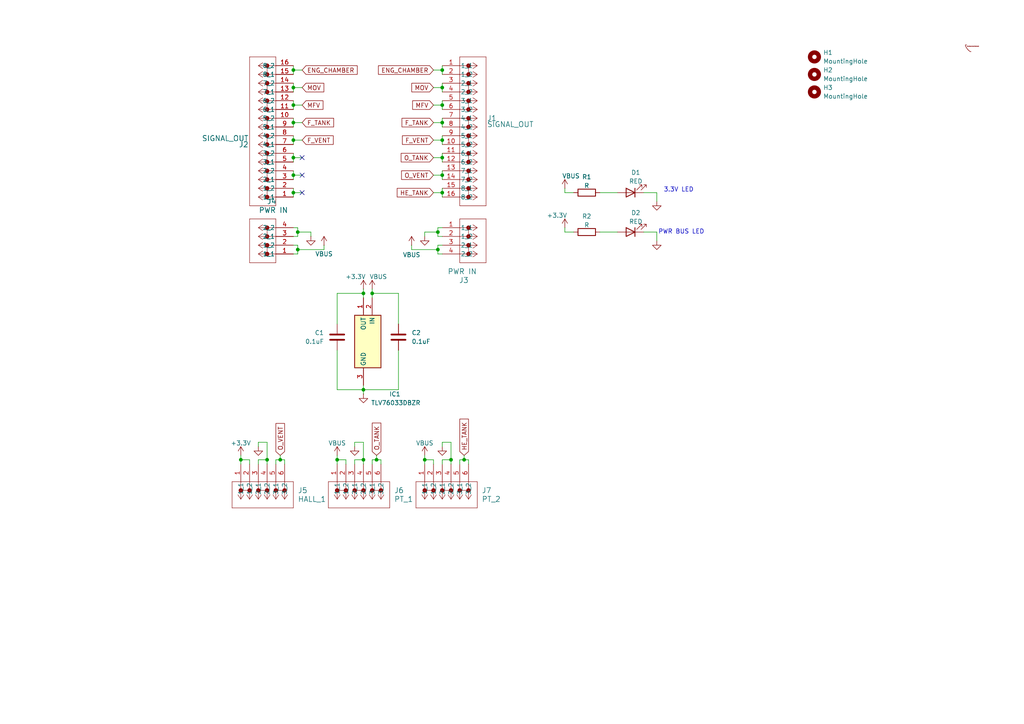
<source format=kicad_sch>
(kicad_sch (version 20231120) (generator "eeschema") (generator_version "8.0")
  (paper "A4")
  (lib_symbols
    (symbol "Device:C" (pin_numbers hide) (pin_names (offset 0.254))
      (property "Reference" "C" (at 0.635 2.54 0))
      (property "Value" "C" (at 0.635 -2.54 0))
      (symbol "C_1_1"
        (pin passive line (at 0 3.81 270) (length 2.794) (name "~") (number "1"))
        (pin passive line (at 0 -3.81 90) (length 2.794) (name "~") (number "2"))
      )
    )
    (symbol "Device:LED" (pin_numbers hide) (pin_names (offset 1.016) hide)
      (property "Reference" "D" (at 0 2.54 0))
      (property "Value" "LED" (at 0 -2.54 0))
      (symbol "LED_1_1"
        (pin passive line (at -3.81 0 0) (length 2.54) (name "K") (number "1"))
        (pin passive line (at 3.81 0 180) (length 2.54) (name "A") (number "2"))
      )
    )
    (symbol "Device:R" (pin_numbers hide) (pin_names (offset 0))
      (property "Reference" "R" (at 2.032 0 90))
      (property "Value" "R" (at 0 0 90))
      (symbol "R_1_1"
        (pin passive line (at 0 3.81 270) (length 1.27) (name "~") (number "1"))
        (pin passive line (at 0 -3.81 90) (length 1.27) (name "~") (number "2"))
      )
    )
    (symbol "Mechanical:MountingHole" (pin_names (offset 1.016)) (exclude_from_sim yes) (in_bom no)
      (property "Reference" "H" (at 0 5.08 0))
      (property "Value" "MountingHole" (at 0 3.175 0))
    )
    (symbol "SDSU RP:LOGO" (pin_names (offset 1.016)))
    (symbol "TLV76033DBZR:TLV76033DBZR"
      (property "Reference" "IC" (at 21.59 7.62 0))
      (property "Value" "TLV76033DBZR" (at 21.59 5.08 0))
      (symbol "TLV76033DBZR_1_1"
        (pin passive line (at 0 0 0) (length 5.08) (name "OUT") (number "1"))
        (pin passive line (at 0 -2.54 0) (length 5.08) (name "IN") (number "2"))
        (pin passive line (at 25.4 0 180) (length 5.08) (name "GND") (number "3"))
      )
    )
    (symbol "Wago_2601_1102:2601-1102" (pin_names (offset 0.254))
      (property "Reference" "J" (at 8.89 6.35 0))
      (property "Value" "2601-1102" (at 0 0 0))
      (symbol "2601-1102_1_1"
        (pin unspecified line (at 0 0 0) (length 5.08) (name "1_1") (number "1"))
        (pin unspecified line (at 0 -2.54 0) (length 5.08) (name "1_2") (number "2"))
        (pin unspecified line (at 0 -5.08 0) (length 5.08) (name "2_1") (number "3"))
        (pin unspecified line (at 0 -7.62 0) (length 5.08) (name "2_2") (number "4"))
      )
    )
    (symbol "Wago_2601_1103:2601-1103" (pin_names (offset 0.254))
      (property "Reference" "J" (at 8.89 6.35 0))
      (property "Value" "2601-1103" (at 0 0 0))
      (symbol "2601-1103_1_1"
        (pin unspecified line (at 0 0 0) (length 5.08) (name "1_1") (number "1"))
        (pin unspecified line (at 0 -2.54 0) (length 5.08) (name "1_2") (number "2"))
        (pin unspecified line (at 0 -5.08 0) (length 5.08) (name "2_1") (number "3"))
        (pin unspecified line (at 0 -7.62 0) (length 5.08) (name "2_2") (number "4"))
        (pin unspecified line (at 0 -10.16 0) (length 5.08) (name "3_1") (number "5"))
        (pin unspecified line (at 0 -12.7 0) (length 5.08) (name "3_2") (number "6"))
      )
    )
    (symbol "Wago_2601_1108:2601-1108" (pin_names (offset 0.254))
      (property "Reference" "J" (at 8.89 6.35 0))
      (property "Value" "2601-1108" (at 0 0 0))
      (symbol "2601-1108_1_1"
        (pin unspecified line (at 0 0 0) (length 5.08) (name "1_1") (number "1"))
        (pin unspecified line (at 0 -22.86 0) (length 5.08) (name "5_2") (number "10"))
        (pin unspecified line (at 0 -25.4 0) (length 5.08) (name "6_1") (number "11"))
        (pin unspecified line (at 0 -27.94 0) (length 5.08) (name "6_2") (number "12"))
        (pin unspecified line (at 0 -30.48 0) (length 5.08) (name "7_1") (number "13"))
        (pin unspecified line (at 0 -33.02 0) (length 5.08) (name "7_2") (number "14"))
        (pin unspecified line (at 0 -35.56 0) (length 5.08) (name "8_1") (number "15"))
        (pin unspecified line (at 0 -38.1 0) (length 5.08) (name "8_2") (number "16"))
        (pin unspecified line (at 0 -2.54 0) (length 5.08) (name "1_2") (number "2"))
        (pin unspecified line (at 0 -5.08 0) (length 5.08) (name "2_1") (number "3"))
        (pin unspecified line (at 0 -7.62 0) (length 5.08) (name "2_2") (number "4"))
        (pin unspecified line (at 0 -10.16 0) (length 5.08) (name "3_1") (number "5"))
        (pin unspecified line (at 0 -12.7 0) (length 5.08) (name "3_2") (number "6"))
        (pin unspecified line (at 0 -15.24 0) (length 5.08) (name "4_1") (number "7"))
        (pin unspecified line (at 0 -17.78 0) (length 5.08) (name "4_2") (number "8"))
        (pin unspecified line (at 0 -20.32 0) (length 5.08) (name "5_1") (number "9"))
      )
    )
    (symbol "power:+3.3V" (power) (pin_numbers hide) (pin_names (offset 0) hide)
      (property "Value" "+3.3V" (at 0 3.556 0))
      (symbol "+3.3V_1_1"
        (pin power_in line (at 0 0 90) (length 0) (name "~") (number "1"))
      )
    )
    (symbol "power:GND" (power) (pin_numbers hide) (pin_names (offset 0) hide)
      (property "Value" "GND" (at 0 -3.81 0))
      (symbol "GND_1_1"
        (pin power_in line (at 0 0 270) (length 0) (name "~") (number "1"))
      )
    )
    (symbol "power:VBUS" (power) (pin_numbers hide) (pin_names (offset 0) hide)
      (property "Value" "VBUS" (at 0 3.556 0))
      (symbol "VBUS_1_1"
        (pin power_in line (at 0 0 90) (length 0) (name "~") (number "1"))
      )
    )
  )
  (junction (at 134.62 133.35))
  (junction (at 85.09 35.56))
  (junction (at 85.09 25.4))
  (junction (at 105.41 133.35))
  (junction (at 128.27 25.4))
  (junction (at 128.27 35.56))
  (junction (at 127 72.39))
  (junction (at 69.85 133.35))
  (junction (at 128.27 40.64))
  (junction (at 85.09 30.48))
  (junction (at 127 67.31))
  (junction (at 109.22 133.35))
  (junction (at 128.27 55.88))
  (junction (at 86.36 72.39))
  (junction (at 85.09 55.88))
  (junction (at 130.81 133.35))
  (junction (at 105.41 85.09))
  (junction (at 128.27 45.72))
  (junction (at 85.09 50.8))
  (junction (at 123.19 133.35))
  (junction (at 77.47 133.35))
  (junction (at 81.28 133.35))
  (junction (at 105.41 113.03))
  (junction (at 85.09 45.72))
  (junction (at 107.95 85.09))
  (junction (at 128.27 20.32))
  (junction (at 85.09 20.32))
  (junction (at 128.27 50.8))
  (junction (at 97.79 133.35))
  (junction (at 86.36 67.31))
  (junction (at 85.09 40.64))
  (junction (at 128.27 30.48))
  (no_connect (at 87.63 55.88))
  (no_connect (at 87.63 50.8))
  (no_connect (at 87.63 45.72))
  (no_connect (at -7.62 213.36))
  (wire (pts (xy 107.95 83.82) (xy 107.95 85.09)))
  (wire (pts (xy 85.09 50.8) (xy 85.09 52.07)))
  (wire (pts (xy 97.79 134.62) (xy 97.79 133.35)))
  (wire (pts (xy 87.63 20.32) (xy 85.09 20.32)))
  (wire (pts (xy 74.93 134.62) (xy 74.93 133.35)))
  (wire (pts (xy 85.09 24.13) (xy 85.09 25.4)))
  (wire (pts (xy 69.85 133.35) (xy 72.39 133.35)))
  (wire (pts (xy 97.79 93.98) (xy 97.79 85.09)))
  (wire (pts (xy 127 67.31) (xy 123.19 67.31)))
  (wire (pts (xy 125.73 25.4) (xy 128.27 25.4)))
  (wire (pts (xy 77.47 128.27) (xy 77.47 133.35)))
  (wire (pts (xy 115.57 93.98) (xy 115.57 85.09)))
  (wire (pts (xy 128.27 44.45) (xy 128.27 45.72)))
  (wire (pts (xy 85.09 40.64) (xy 85.09 41.91)))
  (wire (pts (xy 105.41 85.09) (xy 105.41 86.36)))
  (wire (pts (xy 85.09 40.64) (xy 87.63 40.64)))
  (wire (pts (xy 109.22 132.08) (xy 109.22 133.35)))
  (wire (pts (xy 133.35 133.35) (xy 134.62 133.35)))
  (wire (pts (xy 102.87 128.27) (xy 105.41 128.27)))
  (wire (pts (xy 105.41 113.03) (xy 105.41 114.3)))
  (wire (pts (xy 110.49 133.35) (xy 110.49 134.62)))
  (wire (pts (xy 123.19 133.35) (xy 125.73 133.35)))
  (wire (pts (xy 74.93 129.54) (xy 74.93 128.27)))
  (wire (pts (xy 127 66.04) (xy 128.27 66.04)))
  (wire (pts (xy 128.27 39.37) (xy 128.27 40.64)))
  (wire (pts (xy 134.62 133.35) (xy 135.89 133.35)))
  (wire (pts (xy 125.73 133.35) (xy 125.73 134.62)))
  (wire (pts (xy 90.17 67.31) (xy 90.17 68.58)))
  (wire (pts (xy 128.27 19.05) (xy 128.27 20.32)))
  (wire (pts (xy 134.62 132.08) (xy 134.62 133.35)))
  (wire (pts (xy 125.73 55.88) (xy 128.27 55.88)))
  (wire (pts (xy 85.09 35.56) (xy 87.63 35.56)))
  (wire (pts (xy 125.73 40.64) (xy 128.27 40.64)))
  (wire (pts (xy 128.27 24.13) (xy 128.27 25.4)))
  (wire (pts (xy 123.19 132.08) (xy 123.19 133.35)))
  (wire (pts (xy 128.27 128.27) (xy 130.81 128.27)))
  (wire (pts (xy 74.93 128.27) (xy 77.47 128.27)))
  (wire (pts (xy 123.19 133.35) (xy 123.19 134.62)))
  (wire (pts (xy 127 66.04) (xy 127 67.31)))
  (wire (pts (xy 93.98 72.39) (xy 93.98 71.12)))
  (wire (pts (xy 85.09 54.61) (xy 85.09 55.88)))
  (wire (pts (xy 107.95 133.35) (xy 109.22 133.35)))
  (wire (pts (xy 87.63 30.48) (xy 85.09 30.48)))
  (wire (pts (xy 163.83 66.04) (xy 163.83 67.31)))
  (wire (pts (xy 102.87 129.54) (xy 102.87 128.27)))
  (wire (pts (xy 107.95 85.09) (xy 115.57 85.09)))
  (wire (pts (xy 128.27 54.61) (xy 128.27 55.88)))
  (wire (pts (xy 190.5 67.31) (xy 190.5 69.85)))
  (wire (pts (xy 85.09 55.88) (xy 85.09 57.15)))
  (wire (pts (xy 133.35 134.62) (xy 133.35 133.35)))
  (wire (pts (xy 81.28 132.08) (xy 81.28 133.35)))
  (wire (pts (xy 128.27 129.54) (xy 128.27 128.27)))
  (wire (pts (xy 128.27 40.64) (xy 128.27 41.91)))
  (wire (pts (xy 86.36 66.04) (xy 86.36 67.31)))
  (wire (pts (xy 105.41 83.82) (xy 105.41 85.09)))
  (wire (pts (xy 97.79 101.6) (xy 97.79 113.03)))
  (wire (pts (xy 173.99 55.88) (xy 179.07 55.88)))
  (wire (pts (xy 97.79 85.09) (xy 105.41 85.09)))
  (wire (pts (xy 163.83 55.88) (xy 166.37 55.88)))
  (wire (pts (xy 127 73.66) (xy 128.27 73.66)))
  (wire (pts (xy 102.87 133.35) (xy 105.41 133.35)))
  (wire (pts (xy 86.36 67.31) (xy 86.36 68.58)))
  (wire (pts (xy 100.33 133.35) (xy 100.33 134.62)))
  (wire (pts (xy 128.27 29.21) (xy 128.27 30.48)))
  (wire (pts (xy 105.41 128.27) (xy 105.41 133.35)))
  (wire (pts (xy 86.36 72.39) (xy 93.98 72.39)))
  (wire (pts (xy 115.57 101.6) (xy 115.57 113.03)))
  (wire (pts (xy 80.01 133.35) (xy 81.28 133.35)))
  (wire (pts (xy 74.93 133.35) (xy 77.47 133.35)))
  (wire (pts (xy 86.36 67.31) (xy 90.17 67.31)))
  (wire (pts (xy 123.19 67.31) (xy 123.19 68.58)))
  (wire (pts (xy 105.41 133.35) (xy 105.41 134.62)))
  (wire (pts (xy 85.09 49.53) (xy 85.09 50.8)))
  (wire (pts (xy 80.01 134.62) (xy 80.01 133.35)))
  (wire (pts (xy 186.69 55.88) (xy 190.5 55.88)))
  (wire (pts (xy 128.27 133.35) (xy 130.81 133.35)))
  (wire (pts (xy 135.89 133.35) (xy 135.89 134.62)))
  (wire (pts (xy 69.85 134.62) (xy 69.85 133.35)))
  (wire (pts (xy 186.69 67.31) (xy 190.5 67.31)))
  (wire (pts (xy 128.27 25.4) (xy 128.27 26.67)))
  (wire (pts (xy 97.79 132.08) (xy 97.79 133.35)))
  (wire (pts (xy 128.27 49.53) (xy 128.27 50.8)))
  (wire (pts (xy 125.73 50.8) (xy 128.27 50.8)))
  (wire (pts (xy 125.73 30.48) (xy 128.27 30.48)))
  (wire (pts (xy 87.63 45.72) (xy 85.09 45.72)))
  (wire (pts (xy 85.09 34.29) (xy 85.09 35.56)))
  (wire (pts (xy 69.85 132.08) (xy 69.85 133.35)))
  (wire (pts (xy 128.27 35.56) (xy 128.27 36.83)))
  (wire (pts (xy 125.73 45.72) (xy 128.27 45.72)))
  (wire (pts (xy 127 72.39) (xy 119.38 72.39)))
  (wire (pts (xy 85.09 19.05) (xy 85.09 20.32)))
  (wire (pts (xy 85.09 68.58) (xy 86.36 68.58)))
  (wire (pts (xy 119.38 71.12) (xy 119.38 72.39)))
  (wire (pts (xy 97.79 133.35) (xy 100.33 133.35)))
  (wire (pts (xy 105.41 111.76) (xy 105.41 113.03)))
  (wire (pts (xy 85.09 20.32) (xy 85.09 21.59)))
  (wire (pts (xy 128.27 134.62) (xy 128.27 133.35)))
  (wire (pts (xy 77.47 133.35) (xy 77.47 134.62)))
  (wire (pts (xy 87.63 55.88) (xy 85.09 55.88)))
  (wire (pts (xy 85.09 39.37) (xy 85.09 40.64)))
  (wire (pts (xy 85.09 71.12) (xy 86.36 71.12)))
  (wire (pts (xy 127 71.12) (xy 128.27 71.12)))
  (wire (pts (xy 107.95 134.62) (xy 107.95 133.35)))
  (wire (pts (xy 127 73.66) (xy 127 72.39)))
  (wire (pts (xy 87.63 25.4) (xy 85.09 25.4)))
  (wire (pts (xy 125.73 35.56) (xy 128.27 35.56)))
  (wire (pts (xy 128.27 45.72) (xy 128.27 46.99)))
  (wire (pts (xy 127 68.58) (xy 128.27 68.58)))
  (wire (pts (xy 81.28 133.35) (xy 82.55 133.35)))
  (wire (pts (xy 128.27 34.29) (xy 128.27 35.56)))
  (wire (pts (xy 85.09 25.4) (xy 85.09 26.67)))
  (wire (pts (xy 85.09 29.21) (xy 85.09 30.48)))
  (wire (pts (xy 85.09 73.66) (xy 86.36 73.66)))
  (wire (pts (xy 87.63 50.8) (xy 85.09 50.8)))
  (wire (pts (xy 163.83 67.31) (xy 166.37 67.31)))
  (wire (pts (xy 86.36 73.66) (xy 86.36 72.39)))
  (wire (pts (xy 105.41 113.03) (xy 115.57 113.03)))
  (wire (pts (xy 128.27 20.32) (xy 128.27 21.59)))
  (wire (pts (xy 85.09 30.48) (xy 85.09 31.75)))
  (wire (pts (xy 128.27 50.8) (xy 128.27 52.07)))
  (wire (pts (xy 72.39 133.35) (xy 72.39 134.62)))
  (wire (pts (xy 128.27 55.88) (xy 128.27 57.15)))
  (wire (pts (xy 85.09 44.45) (xy 85.09 45.72)))
  (wire (pts (xy 130.81 133.35) (xy 130.81 134.62)))
  (wire (pts (xy 173.99 67.31) (xy 179.07 67.31)))
  (wire (pts (xy 127 71.12) (xy 127 72.39)))
  (wire (pts (xy 163.83 54.61) (xy 163.83 55.88)))
  (wire (pts (xy 86.36 71.12) (xy 86.36 72.39)))
  (wire (pts (xy 125.73 20.32) (xy 128.27 20.32)))
  (wire (pts (xy 85.09 35.56) (xy 85.09 36.83)))
  (wire (pts (xy 97.79 113.03) (xy 105.41 113.03)))
  (wire (pts (xy 82.55 133.35) (xy 82.55 134.62)))
  (wire (pts (xy 128.27 30.48) (xy 128.27 31.75)))
  (wire (pts (xy 85.09 66.04) (xy 86.36 66.04)))
  (wire (pts (xy 190.5 55.88) (xy 190.5 58.42)))
  (wire (pts (xy 130.81 128.27) (xy 130.81 133.35)))
  (wire (pts (xy 102.87 134.62) (xy 102.87 133.35)))
  (wire (pts (xy 85.09 45.72) (xy 85.09 46.99)))
  (wire (pts (xy 107.95 85.09) (xy 107.95 86.36)))
  (wire (pts (xy 127 67.31) (xy 127 68.58)))
  (wire (pts (xy 109.22 133.35) (xy 110.49 133.35)))
  (text "PWR BUS LED" (at 197.612 67.31 0) (effects (font (size 1.27 1.27))))
  (text "3.3V LED" (at 196.85 55.118 0) (effects (font (size 1.27 1.27))))
  (global_label "MFV" (shape input) (at 125.73 30.48 180) (property "Intersheetrefs" "${INTERSHEET_REFS}" (effects (hide yes))))
  (global_label "O_TANK" (shape input) (at 109.22 132.08 90) (property "Intersheetrefs" "${INTERSHEET_REFS}" (effects (hide yes))))
  (global_label "F_VENT" (shape input) (at 125.73 40.64 180) (property "Intersheetrefs" "${INTERSHEET_REFS}" (effects (hide yes))))
  (global_label "O_VENT" (shape input) (at 81.28 132.08 90) (property "Intersheetrefs" "${INTERSHEET_REFS}" (effects (hide yes))))
  (global_label "HE_TANK" (shape input) (at 134.62 132.08 90) (property "Intersheetrefs" "${INTERSHEET_REFS}" (effects (hide yes))))
  (global_label "MFV" (shape input) (at 87.63 30.48 0) (property "Intersheetrefs" "${INTERSHEET_REFS}" (effects (hide yes))))
  (global_label "O_TANK" (shape input) (at 125.73 45.72 180) (property "Intersheetrefs" "${INTERSHEET_REFS}" (effects (hide yes))))
  (global_label "MOV" (shape input) (at 87.63 25.4 0) (property "Intersheetrefs" "${INTERSHEET_REFS}" (effects (hide yes))))
  (global_label "ENG_CHAMBER" (shape input) (at 87.63 20.32 0) (property "Intersheetrefs" "${INTERSHEET_REFS}" (effects (hide yes))))
  (global_label "F_TANK" (shape input) (at 125.73 35.56 180) (property "Intersheetrefs" "${INTERSHEET_REFS}" (effects (hide yes))))
  (global_label "HE_TANK" (shape input) (at 125.73 55.88 180) (property "Intersheetrefs" "${INTERSHEET_REFS}" (effects (hide yes))))
  (global_label "O_VENT" (shape input) (at 125.73 50.8 180) (property "Intersheetrefs" "${INTERSHEET_REFS}" (effects (hide yes))))
  (global_label "MOV" (shape input) (at 125.73 25.4 180) (property "Intersheetrefs" "${INTERSHEET_REFS}" (effects (hide yes))))
  (global_label "F_VENT" (shape input) (at 87.63 40.64 0) (property "Intersheetrefs" "${INTERSHEET_REFS}" (effects (hide yes))))
  (global_label "F_TANK" (shape input) (at 87.63 35.56 0) (property "Intersheetrefs" "${INTERSHEET_REFS}" (effects (hide yes))))
  (global_label "ENG_CHAMBER" (shape input) (at 125.73 20.32 180) (property "Intersheetrefs" "${INTERSHEET_REFS}" (effects (hide yes))))
  (symbol (lib_id "Wago_2601_1102:2601-1102") (at 128.27 66.04 0) (unit 1)
    (property "Reference" "J3" (at 133.096 81.28 0) (effects (font (size 1.524 1.524)) (justify left)))
    (property "Value" "PWR IN" (at 129.794 78.74 0) (effects (font (size 1.524 1.524)) (justify left)))
    (property "Footprint" "Wago_2601_1102:CONN2_2601-1102_WAG" (effects (hide yes)))
    (property "Datasheet" "2601-1102" (effects (hide yes)))
  )
  (symbol (lib_id "TLV76033DBZR:TLV76033DBZR") (at 105.41 86.36 90) (mirror x) (unit 1)
    (property "Reference" "IC1" (at 114.554 114.3 90))
    (property "Value" "TLV76033DBZR" (at 114.808 116.84 90))
    (property "Footprint" "TLV76033DBZR:SOT95P237X112-3N" (effects (hide yes)))
    (property "Datasheet" "https://www.ti.com/lit/gpn/TLV760" (effects (hide yes)))
    (property "Description" "100-mA, 30-V, low-dropout voltage regulator" (effects (hide yes)))
    (property "Height" "1.12" (effects (hide yes)))
    (property "Mouser Part Number" "595-TLV76033DBZR" (effects (hide yes)))
    (property "Mouser Price/Stock" "https://www.mouser.co.uk/ProductDetail/Texas-Instruments/TLV76033DBZR?qs=HXFqYaX1Q2ypNrzTk0Gsfw%3D%3D" (effects (hide yes)))
    (property "Manufacturer_Name" "Texas Instruments" (effects (hide yes)))
    (property "Manufacturer_Part_Number" "TLV76033DBZR" (effects (hide yes)))
  )
  (symbol (lib_id "Device:LED") (at 182.88 55.88 180) (unit 1)
    (property "Reference" "D1" (at 184.404 50.038 0))
    (property "Value" "RED" (at 184.404 52.578 0))
    (property "Footprint" "LED_SMD:LED_0805_2012Metric" (effects (hide yes)))
    (property "Description" "Light emitting diode" (effects (hide yes)))
  )
  (symbol (lib_id "power:VBUS") (at 107.95 83.82 0) (unit 1)
    (property "Reference" "#PWR010" (effects (hide yes)))
    (property "Value" "VBUS" (at 109.728 80.264 0))
    (property "Description" "Power symbol creates a global label with name \"VBUS\"" (effects (hide yes)))
  )
  (symbol (lib_id "power:VBUS") (at 97.79 132.08 0) (unit 1)
    (property "Reference" "#PWR016" (effects (hide yes)))
    (property "Value" "VBUS" (at 97.79 128.524 0))
    (property "Description" "Power symbol creates a global label with name \"VBUS\"" (effects (hide yes)))
  )
  (symbol (lib_id "Wago_2601_1103:2601-1103") (at 123.19 134.62 90) (mirror x) (unit 1)
    (property "Reference" "J7" (at 139.7 142.2399 90) (effects (font (size 1.524 1.524)) (justify right)))
    (property "Value" "PT_2" (at 139.7 144.7799 90) (effects (font (size 1.524 1.524)) (justify right)))
    (property "Footprint" "Wago_2601_1103:CONN3_2601-1103_WAG" (effects (hide yes)))
    (property "Datasheet" "2601-1103" (effects (hide yes)))
  )
  (symbol (lib_id "Mechanical:MountingHole") (at 236.22 21.59 0) (unit 1) (exclude_from_sim yes) (in_bom no)
    (property "Reference" "H2" (at 238.76 20.3199 0) (effects (justify left)))
    (property "Value" "MountingHole" (at 238.76 22.8599 0) (effects (justify left)))
    (property "Footprint" "MountingHole:MountingHole_3.2mm_M3" (effects (hide yes)))
    (property "Description" "Mounting Hole without connection" (effects (hide yes)))
  )
  (symbol (lib_id "power:+3.3V") (at 69.85 132.08 0) (unit 1)
    (property "Reference" "#PWR015" (effects (hide yes)))
    (property "Value" "+3.3V" (at 69.85 128.524 0))
    (property "Description" "Power symbol creates a global label with name \"+3.3V\"" (effects (hide yes)))
  )
  (symbol (lib_id "power:VBUS") (at 123.19 132.08 0) (unit 1)
    (property "Reference" "#PWR017" (effects (hide yes)))
    (property "Value" "VBUS" (at 123.19 128.524 0))
    (property "Description" "Power symbol creates a global label with name \"VBUS\"" (effects (hide yes)))
  )
  (symbol (lib_id "Mechanical:MountingHole") (at 236.22 16.51 0) (unit 1) (exclude_from_sim yes) (in_bom no)
    (property "Reference" "H1" (at 238.76 15.2399 0) (effects (justify left)))
    (property "Value" "MountingHole" (at 238.76 17.7799 0) (effects (justify left)))
    (property "Footprint" "MountingHole:MountingHole_3.2mm_M3" (effects (hide yes)))
    (property "Description" "Mounting Hole without connection" (effects (hide yes)))
  )
  (symbol (lib_id "power:GND") (at 90.17 68.58 0) (unit 1)
    (property "Reference" "#PWR04" (effects (hide yes)))
    (property "Value" "GND" (effects (hide yes)))
    (property "Description" "Power symbol creates a global label with name \"GND\" , ground" (effects (hide yes)))
  )
  (symbol (lib_id "power:GND") (at 102.87 129.54 0) (unit 1)
    (property "Reference" "#PWR013" (effects (hide yes)))
    (property "Value" "GND" (effects (hide yes)))
    (property "Description" "Power symbol creates a global label with name \"GND\" , ground" (effects (hide yes)))
  )
  (symbol (lib_id "power:VBUS") (at 119.38 71.12 0) (mirror y) (unit 1)
    (property "Reference" "#PWR08" (effects (hide yes)))
    (property "Value" "VBUS" (at 119.38 73.914 0))
    (property "Description" "Power symbol creates a global label with name \"VBUS\"" (effects (hide yes)))
  )
  (symbol (lib_id "power:GND") (at 190.5 58.42 0) (unit 1)
    (property "Reference" "#PWR02" (effects (hide yes)))
    (property "Value" "GND" (effects (hide yes)))
    (property "Description" "Power symbol creates a global label with name \"GND\" , ground" (effects (hide yes)))
  )
  (symbol (lib_id "power:VBUS") (at 93.98 71.12 0) (unit 1)
    (property "Reference" "#PWR07" (effects (hide yes)))
    (property "Value" "VBUS" (at 93.98 73.66 0))
    (property "Description" "Power symbol creates a global label with name \"VBUS\"" (effects (hide yes)))
  )
  (symbol (lib_id "Wago_2601_1108:2601-1108") (at 128.27 19.05 0) (unit 1)
    (property "Reference" "J1" (at 141.224 34.29 0) (effects (font (size 1.524 1.524)) (justify left)))
    (property "Value" "SIGNAL_OUT" (at 141.224 36.068 0) (effects (font (size 1.524 1.524)) (justify left)))
    (property "Footprint" "Wago_2601_1108:CONN8_2601-1108_WAG" (effects (hide yes)))
    (property "Datasheet" "2601-1108" (effects (hide yes)))
  )
  (symbol (lib_id "power:GND") (at 123.19 68.58 0) (mirror y) (unit 1)
    (property "Reference" "#PWR05" (effects (hide yes)))
    (property "Value" "GND" (effects (hide yes)))
    (property "Description" "Power symbol creates a global label with name \"GND\" , ground" (effects (hide yes)))
  )
  (symbol (lib_id "power:+3.3V") (at 105.41 83.82 0) (unit 1)
    (property "Reference" "#PWR09" (effects (hide yes)))
    (property "Value" "+3.3V" (at 103.124 80.264 0))
    (property "Description" "Power symbol creates a global label with name \"+3.3V\"" (effects (hide yes)))
  )
  (symbol (lib_id "Device:R") (at 170.18 67.31 90) (unit 1)
    (property "Reference" "R2" (at 170.18 62.738 90))
    (property "Value" "R" (at 170.18 65.278 90))
    (property "Footprint" "Resistor_SMD:R_0805_2012Metric" (effects (hide yes)))
    (property "Description" "Resistor" (effects (hide yes)))
  )
  (symbol (lib_id "Device:C") (at 115.57 97.79 0) (unit 1)
    (property "Reference" "C2" (at 119.38 96.5199 0) (effects (justify left)))
    (property "Value" "0.1uF" (at 119.38 99.0599 0) (effects (justify left)))
    (property "Footprint" "Capacitor_SMD:C_0805_2012Metric" (effects (hide yes)))
    (property "Description" "Unpolarized capacitor" (effects (hide yes)))
  )
  (symbol (lib_id "power:GND") (at 105.41 114.3 0) (unit 1)
    (property "Reference" "#PWR011" (effects (hide yes)))
    (property "Value" "GND" (effects (hide yes)))
    (property "Description" "Power symbol creates a global label with name \"GND\" , ground" (effects (hide yes)))
  )
  (symbol (lib_id "Wago_2601_1103:2601-1103") (at 69.85 134.62 90) (mirror x) (unit 1)
    (property "Reference" "J5" (at 86.36 142.2399 90) (effects (font (size 1.524 1.524)) (justify right)))
    (property "Value" "HALL_1" (at 86.36 144.7799 90) (effects (font (size 1.524 1.524)) (justify right)))
    (property "Footprint" "Wago_2601_1103:CONN3_2601-1103_WAG" (effects (hide yes)))
    (property "Datasheet" "2601-1103" (effects (hide yes)))
  )
  (symbol (lib_id "Device:LED") (at 182.88 67.31 180) (unit 1)
    (property "Reference" "D2" (at 184.404 61.722 0))
    (property "Value" "RED" (at 184.404 64.262 0))
    (property "Footprint" "LED_SMD:LED_0805_2012Metric" (effects (hide yes)))
    (property "Description" "Light emitting diode" (effects (hide yes)))
  )
  (symbol (lib_id "Mechanical:MountingHole") (at 236.22 26.67 0) (unit 1) (exclude_from_sim yes) (in_bom no)
    (property "Reference" "H3" (at 238.76 25.3999 0) (effects (justify left)))
    (property "Value" "MountingHole" (at 238.76 27.9399 0) (effects (justify left)))
    (property "Footprint" "MountingHole:MountingHole_3.2mm_M3" (effects (hide yes)))
    (property "Description" "Mounting Hole without connection" (effects (hide yes)))
  )
  (symbol (lib_id "power:GND") (at 74.93 129.54 0) (unit 1)
    (property "Reference" "#PWR012" (effects (hide yes)))
    (property "Value" "GND" (effects (hide yes)))
    (property "Description" "Power symbol creates a global label with name \"GND\" , ground" (effects (hide yes)))
  )
  (symbol (lib_id "Device:C") (at 97.79 97.79 0) (mirror y) (unit 1)
    (property "Reference" "C1" (at 93.98 96.5199 0) (effects (justify left)))
    (property "Value" "0.1uF" (at 93.98 99.0599 0) (effects (justify left)))
    (property "Footprint" "Capacitor_SMD:C_0805_2012Metric" (effects (hide yes)))
    (property "Description" "Unpolarized capacitor" (effects (hide yes)))
  )
  (symbol (lib_id "Device:R") (at 170.18 55.88 90) (unit 1)
    (property "Reference" "R1" (at 170.18 51.308 90))
    (property "Value" "R" (at 170.18 53.848 90))
    (property "Footprint" "Resistor_SMD:R_0805_2012Metric" (effects (hide yes)))
    (property "Description" "Resistor" (effects (hide yes)))
  )
  (symbol (lib_id "power:VBUS") (at 163.83 54.61 0) (unit 1)
    (property "Reference" "#PWR01" (effects (hide yes)))
    (property "Value" "VBUS" (at 165.608 51.054 0))
    (property "Description" "Power symbol creates a global label with name \"VBUS\"" (effects (hide yes)))
  )
  (symbol (lib_id "power:+3.3V") (at 163.83 66.04 0) (unit 1)
    (property "Reference" "#PWR03" (effects (hide yes)))
    (property "Value" "+3.3V" (at 161.544 62.484 0))
    (property "Description" "Power symbol creates a global label with name \"+3.3V\"" (effects (hide yes)))
  )
  (symbol (lib_id "power:GND") (at 128.27 129.54 0) (unit 1)
    (property "Reference" "#PWR014" (effects (hide yes)))
    (property "Value" "GND" (effects (hide yes)))
    (property "Description" "Power symbol creates a global label with name \"GND\" , ground" (effects (hide yes)))
  )
  (symbol (lib_id "power:GND") (at 190.5 69.85 0) (unit 1)
    (property "Reference" "#PWR06" (effects (hide yes)))
    (property "Value" "GND" (effects (hide yes)))
    (property "Description" "Power symbol creates a global label with name \"GND\" , ground" (effects (hide yes)))
  )
  (symbol (lib_id "Wago_2601_1102:2601-1102") (at 85.09 73.66 180) (unit 1)
    (property "Reference" "J4" (at 80.264 58.42 0) (effects (font (size 1.524 1.524)) (justify left)))
    (property "Value" "PWR IN" (at 83.566 60.96 0) (effects (font (size 1.524 1.524)) (justify left)))
    (property "Footprint" "Wago_2601_1102:CONN2_2601-1102_WAG" (effects (hide yes)))
    (property "Datasheet" "2601-1102" (effects (hide yes)))
  )
  (symbol (lib_id "SDSU RP:LOGO") (at 281.94 13.97 0) (unit 1)
    (property "Reference" "#G1" (effects (hide yes)))
    (property "Value" "LOGO" (effects (hide yes)))
    (property "Footprint" "SDSU RP:RP_Logo" (effects (hide yes)))
  )
  (symbol (lib_id "Wago_2601_1108:2601-1108") (at 85.09 57.15 180) (unit 1)
    (property "Reference" "J2" (at 72.136 41.91 0) (effects (font (size 1.524 1.524)) (justify left)))
    (property "Value" "SIGNAL_OUT" (at 72.136 40.132 0) (effects (font (size 1.524 1.524)) (justify left)))
    (property "Footprint" "Wago_2601_1108:CONN8_2601-1108_WAG" (effects (hide yes)))
    (property "Datasheet" "2601-1108" (effects (hide yes)))
  )
  (symbol (lib_id "Wago_2601_1103:2601-1103") (at 97.79 134.62 90) (mirror x) (unit 1)
    (property "Reference" "J6" (at 114.3 142.2399 90) (effects (font (size 1.524 1.524)) (justify right)))
    (property "Value" "PT_1" (at 114.3 144.7799 90) (effects (font (size 1.524 1.524)) (justify right)))
    (property "Footprint" "Wago_2601_1103:CONN3_2601-1103_WAG" (effects (hide yes)))
    (property "Datasheet" "2601-1103" (effects (hide yes)))
  )
)
</source>
